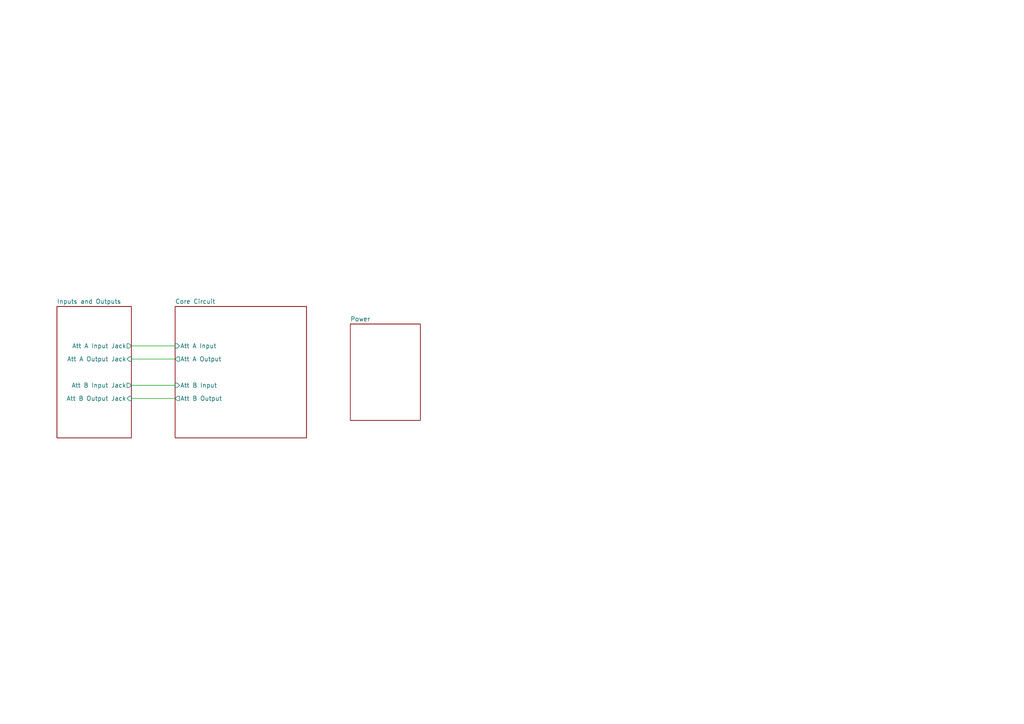
<source format=kicad_sch>
(kicad_sch
	(version 20231120)
	(generator "eeschema")
	(generator_version "8.0")
	(uuid "58f4306d-5387-4983-bb08-41a2313fd315")
	(paper "A4")
	(title_block
		(rev "1")
		(company "DMH Instruments")
		(comment 1 "PCB for 5 cm Kosmo format synthesizer module")
	)
	(lib_symbols)
	(wire
		(pts
			(xy 38.1 115.57) (xy 50.8 115.57)
		)
		(stroke
			(width 0)
			(type default)
		)
		(uuid "18747fe0-4e4e-4779-9b7b-73f8c532c2ac")
	)
	(wire
		(pts
			(xy 38.1 111.76) (xy 50.8 111.76)
		)
		(stroke
			(width 0)
			(type default)
		)
		(uuid "2b1ce2e6-73fd-494a-bdc2-a60696ca0dde")
	)
	(wire
		(pts
			(xy 38.1 100.33) (xy 50.8 100.33)
		)
		(stroke
			(width 0)
			(type default)
		)
		(uuid "97ea305f-3c5d-410a-b76d-9353790aa303")
	)
	(wire
		(pts
			(xy 38.1 104.14) (xy 50.8 104.14)
		)
		(stroke
			(width 0)
			(type default)
		)
		(uuid "ae4e407a-51ae-407b-8996-0a2a330ab9d2")
	)
	(sheet
		(at 101.6 93.98)
		(size 20.32 27.94)
		(fields_autoplaced yes)
		(stroke
			(width 0.1524)
			(type solid)
		)
		(fill
			(color 0 0 0 0.0000)
		)
		(uuid "0cdf34b2-39cd-4d9e-981a-97cd34791509")
		(property "Sheetname" "Power"
			(at 101.6 93.2684 0)
			(effects
				(font
					(size 1.27 1.27)
				)
				(justify left bottom)
			)
		)
		(property "Sheetfile" "Power.kicad_sch"
			(at 101.6 122.5046 0)
			(effects
				(font
					(size 1.27 1.27)
				)
				(justify left top)
				(hide yes)
			)
		)
		(instances
			(project "DMH_Multiverter_PCB"
				(path "/58f4306d-5387-4983-bb08-41a2313fd315"
					(page "4")
				)
			)
		)
	)
	(sheet
		(at 50.8 88.9)
		(size 38.1 38.1)
		(fields_autoplaced yes)
		(stroke
			(width 0.1524)
			(type solid)
		)
		(fill
			(color 0 0 0 0.0000)
		)
		(uuid "7ad2d702-dfb7-4d49-a82d-34430dd5948f")
		(property "Sheetname" "Core Circuit"
			(at 50.8 88.1884 0)
			(effects
				(font
					(size 1.27 1.27)
				)
				(justify left bottom)
			)
		)
		(property "Sheetfile" "Core_Circuit.kicad_sch"
			(at 50.8 127.5846 0)
			(effects
				(font
					(size 1.27 1.27)
				)
				(justify left top)
				(hide yes)
			)
		)
		(pin "Att B Output" output
			(at 50.8 115.57 180)
			(effects
				(font
					(size 1.27 1.27)
				)
				(justify left)
			)
			(uuid "a3869495-cd33-40f7-8475-e86a7a4bb063")
		)
		(pin "Att A Output" output
			(at 50.8 104.14 180)
			(effects
				(font
					(size 1.27 1.27)
				)
				(justify left)
			)
			(uuid "e3902b18-0b93-42d9-bb29-b671e69e7280")
		)
		(pin "Att A Input" input
			(at 50.8 100.33 180)
			(effects
				(font
					(size 1.27 1.27)
				)
				(justify left)
			)
			(uuid "01e7d4a3-2269-4a88-bfc1-1cb1cabe8213")
		)
		(pin "Att B Input" input
			(at 50.8 111.76 180)
			(effects
				(font
					(size 1.27 1.27)
				)
				(justify left)
			)
			(uuid "6c6aa2e1-fb98-4a5b-a8b8-c36d3e773596")
		)
		(instances
			(project "DMH_Multiverter_PCB"
				(path "/58f4306d-5387-4983-bb08-41a2313fd315"
					(page "3")
				)
			)
		)
	)
	(sheet
		(at 16.51 88.9)
		(size 21.59 38.1)
		(fields_autoplaced yes)
		(stroke
			(width 0.1524)
			(type solid)
		)
		(fill
			(color 0 0 0 0.0000)
		)
		(uuid "ce3fef8b-9f1d-4178-b50b-4a046c030679")
		(property "Sheetname" "Inputs and Outputs"
			(at 16.51 88.1884 0)
			(effects
				(font
					(size 1.27 1.27)
				)
				(justify left bottom)
			)
		)
		(property "Sheetfile" "Inputs_and_Outputs.kicad_sch"
			(at 16.51 127.5846 0)
			(effects
				(font
					(size 1.27 1.27)
				)
				(justify left top)
				(hide yes)
			)
		)
		(pin "Att A Output Jack" input
			(at 38.1 104.14 0)
			(effects
				(font
					(size 1.27 1.27)
				)
				(justify right)
			)
			(uuid "a18130e2-9677-4b7f-a15a-94466c84fbd8")
		)
		(pin "Att B Input Jack" output
			(at 38.1 111.76 0)
			(effects
				(font
					(size 1.27 1.27)
				)
				(justify right)
			)
			(uuid "ba069d2d-0bb8-4d7c-919b-a8cdbf240058")
		)
		(pin "Att A Input Jack" output
			(at 38.1 100.33 0)
			(effects
				(font
					(size 1.27 1.27)
				)
				(justify right)
			)
			(uuid "eae70a21-9d8f-4d3c-97e4-da93d315b74e")
		)
		(pin "Att B Output Jack" input
			(at 38.1 115.57 0)
			(effects
				(font
					(size 1.27 1.27)
				)
				(justify right)
			)
			(uuid "97684686-64e7-48a7-890b-edbd6cf0a2f5")
		)
		(instances
			(project "DMH_Multiverter_PCB"
				(path "/58f4306d-5387-4983-bb08-41a2313fd315"
					(page "2")
				)
			)
		)
	)
	(sheet_instances
		(path "/"
			(page "1")
		)
	)
)

</source>
